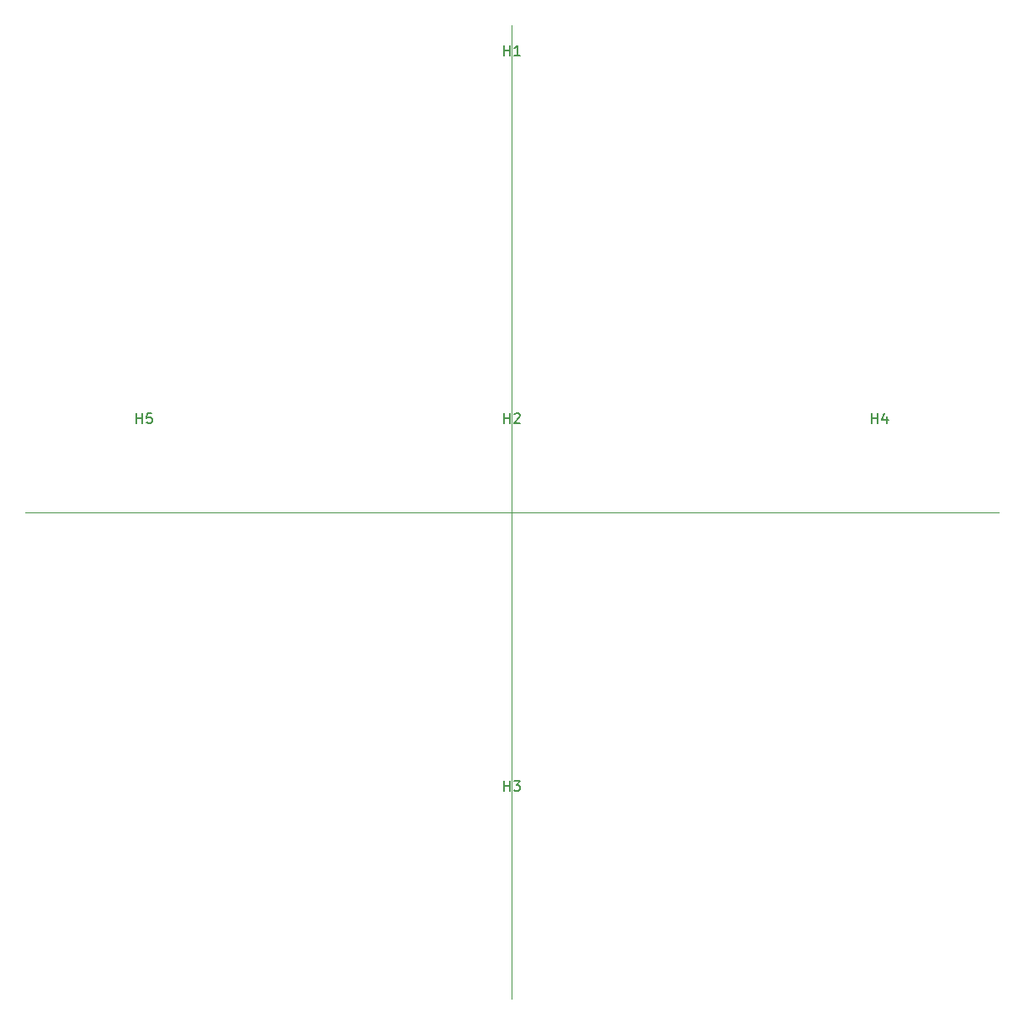
<source format=gbr>
%TF.GenerationSoftware,KiCad,Pcbnew,7.0.5-0*%
%TF.CreationDate,2024-04-09T15:10:57-04:00*%
%TF.ProjectId,quad_sipm,71756164-5f73-4697-906d-2e6b69636164,rev?*%
%TF.SameCoordinates,Original*%
%TF.FileFunction,Legend,Top*%
%TF.FilePolarity,Positive*%
%FSLAX46Y46*%
G04 Gerber Fmt 4.6, Leading zero omitted, Abs format (unit mm)*
G04 Created by KiCad (PCBNEW 7.0.5-0) date 2024-04-09 15:10:57*
%MOMM*%
%LPD*%
G01*
G04 APERTURE LIST*
%ADD10C,0.120000*%
%ADD11C,0.150000*%
G04 APERTURE END LIST*
D10*
X51000000Y-100000000D02*
X149000000Y-100000000D01*
X100000000Y-51000000D02*
X100000000Y-149000000D01*
D11*
%TO.C,H2*%
X99238095Y-91054819D02*
X99238095Y-90054819D01*
X99238095Y-90531009D02*
X99809523Y-90531009D01*
X99809523Y-91054819D02*
X99809523Y-90054819D01*
X100238095Y-90150057D02*
X100285714Y-90102438D01*
X100285714Y-90102438D02*
X100380952Y-90054819D01*
X100380952Y-90054819D02*
X100619047Y-90054819D01*
X100619047Y-90054819D02*
X100714285Y-90102438D01*
X100714285Y-90102438D02*
X100761904Y-90150057D01*
X100761904Y-90150057D02*
X100809523Y-90245295D01*
X100809523Y-90245295D02*
X100809523Y-90340533D01*
X100809523Y-90340533D02*
X100761904Y-90483390D01*
X100761904Y-90483390D02*
X100190476Y-91054819D01*
X100190476Y-91054819D02*
X100809523Y-91054819D01*
%TO.C,H3*%
X99238095Y-128054819D02*
X99238095Y-127054819D01*
X99238095Y-127531009D02*
X99809523Y-127531009D01*
X99809523Y-128054819D02*
X99809523Y-127054819D01*
X100190476Y-127054819D02*
X100809523Y-127054819D01*
X100809523Y-127054819D02*
X100476190Y-127435771D01*
X100476190Y-127435771D02*
X100619047Y-127435771D01*
X100619047Y-127435771D02*
X100714285Y-127483390D01*
X100714285Y-127483390D02*
X100761904Y-127531009D01*
X100761904Y-127531009D02*
X100809523Y-127626247D01*
X100809523Y-127626247D02*
X100809523Y-127864342D01*
X100809523Y-127864342D02*
X100761904Y-127959580D01*
X100761904Y-127959580D02*
X100714285Y-128007200D01*
X100714285Y-128007200D02*
X100619047Y-128054819D01*
X100619047Y-128054819D02*
X100333333Y-128054819D01*
X100333333Y-128054819D02*
X100238095Y-128007200D01*
X100238095Y-128007200D02*
X100190476Y-127959580D01*
%TO.C,H4*%
X136238095Y-91054819D02*
X136238095Y-90054819D01*
X136238095Y-90531009D02*
X136809523Y-90531009D01*
X136809523Y-91054819D02*
X136809523Y-90054819D01*
X137714285Y-90388152D02*
X137714285Y-91054819D01*
X137476190Y-90007200D02*
X137238095Y-90721485D01*
X137238095Y-90721485D02*
X137857142Y-90721485D01*
%TO.C,H5*%
X62238095Y-91054819D02*
X62238095Y-90054819D01*
X62238095Y-90531009D02*
X62809523Y-90531009D01*
X62809523Y-91054819D02*
X62809523Y-90054819D01*
X63761904Y-90054819D02*
X63285714Y-90054819D01*
X63285714Y-90054819D02*
X63238095Y-90531009D01*
X63238095Y-90531009D02*
X63285714Y-90483390D01*
X63285714Y-90483390D02*
X63380952Y-90435771D01*
X63380952Y-90435771D02*
X63619047Y-90435771D01*
X63619047Y-90435771D02*
X63714285Y-90483390D01*
X63714285Y-90483390D02*
X63761904Y-90531009D01*
X63761904Y-90531009D02*
X63809523Y-90626247D01*
X63809523Y-90626247D02*
X63809523Y-90864342D01*
X63809523Y-90864342D02*
X63761904Y-90959580D01*
X63761904Y-90959580D02*
X63714285Y-91007200D01*
X63714285Y-91007200D02*
X63619047Y-91054819D01*
X63619047Y-91054819D02*
X63380952Y-91054819D01*
X63380952Y-91054819D02*
X63285714Y-91007200D01*
X63285714Y-91007200D02*
X63238095Y-90959580D01*
%TO.C,H1*%
X99238095Y-54054819D02*
X99238095Y-53054819D01*
X99238095Y-53531009D02*
X99809523Y-53531009D01*
X99809523Y-54054819D02*
X99809523Y-53054819D01*
X100809523Y-54054819D02*
X100238095Y-54054819D01*
X100523809Y-54054819D02*
X100523809Y-53054819D01*
X100523809Y-53054819D02*
X100428571Y-53197676D01*
X100428571Y-53197676D02*
X100333333Y-53292914D01*
X100333333Y-53292914D02*
X100238095Y-53340533D01*
%TD*%
M02*

</source>
